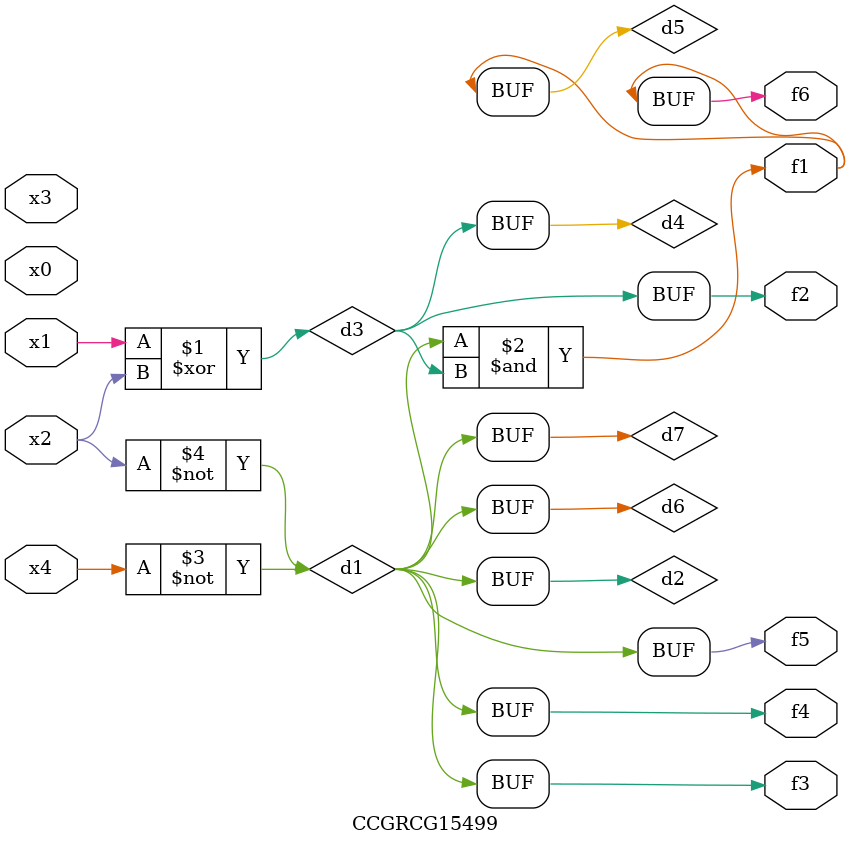
<source format=v>
module CCGRCG15499(
	input x0, x1, x2, x3, x4,
	output f1, f2, f3, f4, f5, f6
);

	wire d1, d2, d3, d4, d5, d6, d7;

	not (d1, x4);
	not (d2, x2);
	xor (d3, x1, x2);
	buf (d4, d3);
	and (d5, d1, d3);
	buf (d6, d1, d2);
	buf (d7, d2);
	assign f1 = d5;
	assign f2 = d4;
	assign f3 = d7;
	assign f4 = d7;
	assign f5 = d7;
	assign f6 = d5;
endmodule

</source>
